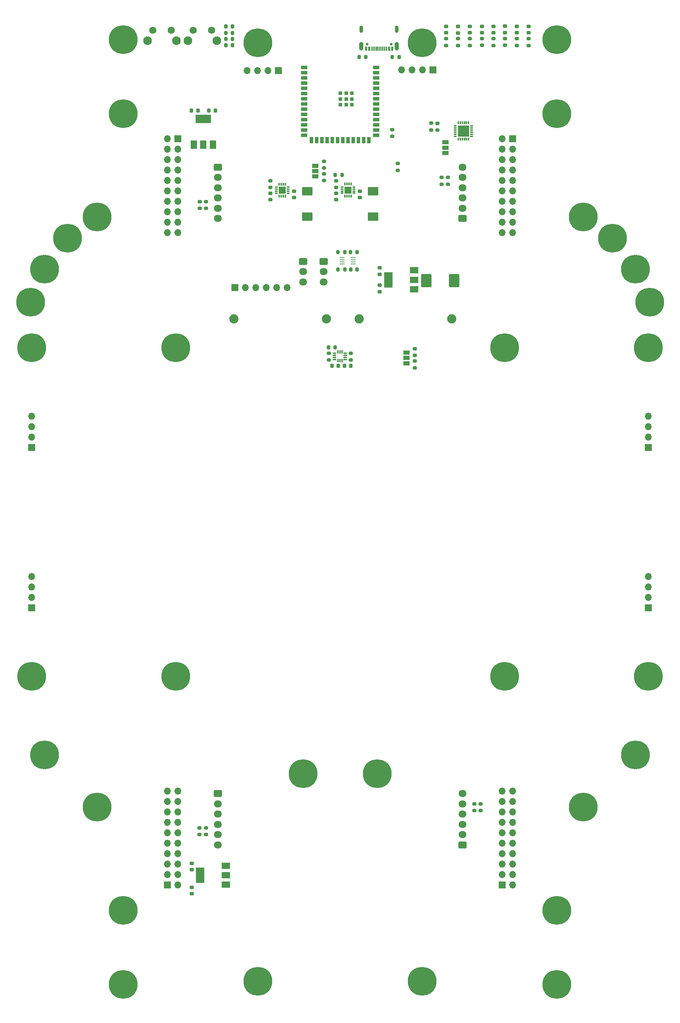
<source format=gbs>
%TF.GenerationSoftware,KiCad,Pcbnew,7.0.10*%
%TF.CreationDate,2024-05-27T11:18:24+02:00*%
%TF.ProjectId,Edurob,45647572-6f62-42e6-9b69-6361645f7063,rev?*%
%TF.SameCoordinates,Original*%
%TF.FileFunction,Soldermask,Bot*%
%TF.FilePolarity,Negative*%
%FSLAX46Y46*%
G04 Gerber Fmt 4.6, Leading zero omitted, Abs format (unit mm)*
G04 Created by KiCad (PCBNEW 7.0.10) date 2024-05-27 11:18:24*
%MOMM*%
%LPD*%
G01*
G04 APERTURE LIST*
G04 Aperture macros list*
%AMRoundRect*
0 Rectangle with rounded corners*
0 $1 Rounding radius*
0 $2 $3 $4 $5 $6 $7 $8 $9 X,Y pos of 4 corners*
0 Add a 4 corners polygon primitive as box body*
4,1,4,$2,$3,$4,$5,$6,$7,$8,$9,$2,$3,0*
0 Add four circle primitives for the rounded corners*
1,1,$1+$1,$2,$3*
1,1,$1+$1,$4,$5*
1,1,$1+$1,$6,$7*
1,1,$1+$1,$8,$9*
0 Add four rect primitives between the rounded corners*
20,1,$1+$1,$2,$3,$4,$5,0*
20,1,$1+$1,$4,$5,$6,$7,0*
20,1,$1+$1,$6,$7,$8,$9,0*
20,1,$1+$1,$8,$9,$2,$3,0*%
G04 Aperture macros list end*
%ADD10R,1.700000X1.700000*%
%ADD11O,1.700000X1.700000*%
%ADD12RoundRect,0.200000X0.200000X0.275000X-0.200000X0.275000X-0.200000X-0.275000X0.200000X-0.275000X0*%
%ADD13RoundRect,0.200000X-0.200000X-0.275000X0.200000X-0.275000X0.200000X0.275000X-0.200000X0.275000X0*%
%ADD14RoundRect,0.200000X0.275000X-0.200000X0.275000X0.200000X-0.275000X0.200000X-0.275000X-0.200000X0*%
%ADD15RoundRect,0.200000X-0.275000X0.200000X-0.275000X-0.200000X0.275000X-0.200000X0.275000X0.200000X0*%
%ADD16RoundRect,0.225000X-0.250000X0.225000X-0.250000X-0.225000X0.250000X-0.225000X0.250000X0.225000X0*%
%ADD17C,7.000000*%
%ADD18R,2.000000X1.500000*%
%ADD19R,2.000000X3.800000*%
%ADD20RoundRect,0.250000X-0.725000X0.600000X-0.725000X-0.600000X0.725000X-0.600000X0.725000X0.600000X0*%
%ADD21O,1.950000X1.700000*%
%ADD22RoundRect,0.218750X-0.256250X0.218750X-0.256250X-0.218750X0.256250X-0.218750X0.256250X0.218750X0*%
%ADD23RoundRect,0.225000X-0.225000X-0.250000X0.225000X-0.250000X0.225000X0.250000X-0.225000X0.250000X0*%
%ADD24R,1.500000X1.000000*%
%ADD25C,2.100000*%
%ADD26C,1.750000*%
%ADD27RoundRect,0.225000X0.250000X-0.225000X0.250000X0.225000X-0.250000X0.225000X-0.250000X-0.225000X0*%
%ADD28RoundRect,0.250000X-1.025000X0.787500X-1.025000X-0.787500X1.025000X-0.787500X1.025000X0.787500X0*%
%ADD29C,2.250000*%
%ADD30R,0.800000X0.300000*%
%ADD31R,0.300000X0.800000*%
%ADD32R,2.750000X2.750000*%
%ADD33R,1.500000X2.000000*%
%ADD34R,3.800000X2.000000*%
%ADD35R,1.500000X0.900000*%
%ADD36R,0.900000X1.500000*%
%ADD37R,0.900000X0.900000*%
%ADD38R,1.168400X0.254000*%
%ADD39C,0.650000*%
%ADD40R,0.600000X1.140000*%
%ADD41R,0.300000X1.140000*%
%ADD42O,1.050000X2.100000*%
%ADD43O,0.900000X1.800000*%
%ADD44RoundRect,0.250000X-1.000000X1.400000X-1.000000X-1.400000X1.000000X-1.400000X1.000000X1.400000X0*%
%ADD45RoundRect,0.250000X0.725000X-0.600000X0.725000X0.600000X-0.725000X0.600000X-0.725000X-0.600000X0*%
%ADD46RoundRect,0.225000X0.225000X0.250000X-0.225000X0.250000X-0.225000X-0.250000X0.225000X-0.250000X0*%
%ADD47R,0.928000X0.300000*%
%ADD48R,0.300000X0.924000*%
G04 APERTURE END LIST*
D10*
%TO.C,J6*%
X125000000Y-173300000D03*
D11*
X125000000Y-170760000D03*
X125000000Y-168220000D03*
X125000000Y-165680000D03*
%TD*%
D10*
%TO.C,J11*%
X125000000Y-134300000D03*
D11*
X125000000Y-131760000D03*
X125000000Y-129220000D03*
X125000000Y-126680000D03*
%TD*%
D10*
%TO.C,J16*%
X160540000Y-59140000D03*
D11*
X158000000Y-59140000D03*
X160540000Y-61680000D03*
X158000000Y-61680000D03*
X160540000Y-64220000D03*
X158000000Y-64220000D03*
X160540000Y-66760000D03*
X158000000Y-66760000D03*
X160540000Y-69300000D03*
X158000000Y-69300000D03*
X160540000Y-71840000D03*
X158000000Y-71840000D03*
X160540000Y-74380000D03*
X158000000Y-74380000D03*
X160540000Y-76920000D03*
X158000000Y-76920000D03*
X160540000Y-79460000D03*
X158000000Y-79460000D03*
X160540000Y-82000000D03*
X158000000Y-82000000D03*
%TD*%
D10*
%TO.C,J15*%
X242000000Y-59140000D03*
D11*
X239460000Y-59140000D03*
X242000000Y-61680000D03*
X239460000Y-61680000D03*
X242000000Y-64220000D03*
X239460000Y-64220000D03*
X242000000Y-66760000D03*
X239460000Y-66760000D03*
X242000000Y-69300000D03*
X239460000Y-69300000D03*
X242000000Y-71840000D03*
X239460000Y-71840000D03*
X242000000Y-74380000D03*
X239460000Y-74380000D03*
X242000000Y-76920000D03*
X239460000Y-76920000D03*
X242000000Y-79460000D03*
X239460000Y-79460000D03*
X242000000Y-82000000D03*
X239460000Y-82000000D03*
%TD*%
D10*
%TO.C,J17*%
X158000000Y-240860000D03*
D11*
X160540000Y-240860000D03*
X158000000Y-238320000D03*
X160540000Y-238320000D03*
X158000000Y-235780000D03*
X160540000Y-235780000D03*
X158000000Y-233240000D03*
X160540000Y-233240000D03*
X158000000Y-230700000D03*
X160540000Y-230700000D03*
X158000000Y-228160000D03*
X160540000Y-228160000D03*
X158000000Y-225620000D03*
X160540000Y-225620000D03*
X158000000Y-223080000D03*
X160540000Y-223080000D03*
X158000000Y-220540000D03*
X160540000Y-220540000D03*
X158000000Y-218000000D03*
X160540000Y-218000000D03*
%TD*%
D10*
%TO.C,J18*%
X239460000Y-240860000D03*
D11*
X242000000Y-240860000D03*
X239460000Y-238320000D03*
X242000000Y-238320000D03*
X239460000Y-235780000D03*
X242000000Y-235780000D03*
X239460000Y-233240000D03*
X242000000Y-233240000D03*
X239460000Y-230700000D03*
X242000000Y-230700000D03*
X239460000Y-228160000D03*
X242000000Y-228160000D03*
X239460000Y-225620000D03*
X242000000Y-225620000D03*
X239460000Y-223080000D03*
X242000000Y-223080000D03*
X239460000Y-220540000D03*
X242000000Y-220540000D03*
X239460000Y-218000000D03*
X242000000Y-218000000D03*
%TD*%
D12*
%TO.C,R3*%
X214350063Y-39222779D03*
X212700063Y-39222779D03*
%TD*%
D13*
%TO.C,R9*%
X199490920Y-86731788D03*
X201140920Y-86731788D03*
%TD*%
D14*
%TO.C,R33*%
X197258956Y-113006822D03*
X197258956Y-111356822D03*
%TD*%
D15*
%TO.C,R5*%
X218169170Y-113255395D03*
X218169170Y-114905395D03*
%TD*%
D12*
%TO.C,R1*%
X206249873Y-39222779D03*
X204599873Y-39222779D03*
%TD*%
D14*
%TO.C,R35*%
X223702687Y-57010286D03*
X223702687Y-55360286D03*
%TD*%
D16*
%TO.C,C15*%
X199030730Y-72429686D03*
X199030730Y-73979686D03*
%TD*%
D17*
%TO.C,H22*%
X147250000Y-247000000D03*
%TD*%
D18*
%TO.C,U3*%
X172250000Y-236150000D03*
X172250000Y-238450000D03*
D19*
X165950000Y-238450000D03*
D18*
X172250000Y-240750000D03*
%TD*%
D20*
%TO.C,J8*%
X170250000Y-66040000D03*
D21*
X170250000Y-68540000D03*
X170250000Y-71040000D03*
X170250000Y-73540000D03*
X170250000Y-76040000D03*
X170250000Y-78540000D03*
%TD*%
D17*
%TO.C,H10*%
X275297577Y-98919229D03*
%TD*%
D22*
%TO.C,D3*%
X245861312Y-31744343D03*
X245861312Y-33319343D03*
%TD*%
D23*
%TO.C,C8*%
X172236370Y-36381827D03*
X173786370Y-36381827D03*
%TD*%
D22*
%TO.C,D8*%
X231567356Y-31758954D03*
X231567356Y-33333954D03*
%TD*%
D24*
%TO.C,JP1*%
X216133269Y-113800000D03*
X216133269Y-112500000D03*
X216133269Y-111200000D03*
%TD*%
D25*
%TO.C,SW1*%
X170025000Y-35206240D03*
X163015000Y-35206240D03*
D26*
X168775000Y-32716240D03*
X164275000Y-32716240D03*
%TD*%
D27*
%TO.C,C7*%
X163893827Y-237111710D03*
X163893827Y-235561710D03*
%TD*%
D14*
%TO.C,R34*%
X222176728Y-57004367D03*
X222176728Y-55354367D03*
%TD*%
D17*
%TO.C,H21*%
X140869165Y-221858757D03*
%TD*%
D14*
%TO.C,R28*%
X237309020Y-36409220D03*
X237309020Y-34759220D03*
%TD*%
D17*
%TO.C,H40*%
X147250000Y-53000000D03*
%TD*%
D14*
%TO.C,R36*%
X214000000Y-66825000D03*
X214000000Y-65175000D03*
%TD*%
D28*
%TO.C,C17*%
X208000000Y-71887500D03*
X208000000Y-78112500D03*
%TD*%
D22*
%TO.C,D9*%
X228725212Y-31779823D03*
X228725212Y-33354823D03*
%TD*%
%TO.C,D7*%
X234490093Y-31746424D03*
X234490093Y-33321424D03*
%TD*%
D29*
%TO.C,F1*%
X204600000Y-103000000D03*
X227200000Y-103000000D03*
%TD*%
D17*
%TO.C,H38*%
X180000000Y-35750000D03*
%TD*%
%TO.C,H5*%
X252750000Y-35000000D03*
%TD*%
D14*
%TO.C,R20*%
X165802449Y-228581786D03*
X165802449Y-226931786D03*
%TD*%
D17*
%TO.C,H4*%
X252750000Y-53000000D03*
%TD*%
D15*
%TO.C,R23*%
X226236979Y-68551379D03*
X226236979Y-70201379D03*
%TD*%
D12*
%TO.C,R8*%
X204165972Y-86731788D03*
X202515972Y-86731788D03*
%TD*%
D20*
%TO.C,J10*%
X196000000Y-89000000D03*
D21*
X196000000Y-91500000D03*
X196000000Y-94000000D03*
%TD*%
D10*
%TO.C,J2*%
X274975000Y-173320000D03*
D11*
X274975000Y-170780000D03*
X274975000Y-168240000D03*
X274975000Y-165700000D03*
%TD*%
D23*
%TO.C,C10*%
X201048381Y-114442411D03*
X202598381Y-114442411D03*
%TD*%
D17*
%TO.C,H39*%
X147250000Y-35000000D03*
%TD*%
D10*
%TO.C,J3*%
X274975000Y-134320000D03*
D11*
X274975000Y-131780000D03*
X274975000Y-129240000D03*
X274975000Y-126700000D03*
%TD*%
D17*
%TO.C,H19*%
X160000000Y-110000000D03*
%TD*%
D30*
%TO.C,IC2*%
X203369384Y-70870959D03*
X203369384Y-71370959D03*
X203369384Y-71870959D03*
X203369384Y-72370959D03*
D31*
X202669384Y-73070959D03*
X202169384Y-73070959D03*
X201669384Y-73070959D03*
X201169384Y-73070959D03*
D30*
X200469384Y-72370959D03*
X200469384Y-71870959D03*
X200469384Y-71370959D03*
X200469384Y-70870959D03*
D31*
X201169384Y-70170959D03*
X201669384Y-70170959D03*
X202169384Y-70170959D03*
X202669384Y-70170959D03*
D10*
X201919384Y-71620959D03*
%TD*%
D23*
%TO.C,C5*%
X168090979Y-52252046D03*
X169640979Y-52252046D03*
%TD*%
D14*
%TO.C,R26*%
X245861312Y-36394343D03*
X245861312Y-34744343D03*
%TD*%
D16*
%TO.C,C6*%
X163893827Y-241425000D03*
X163893827Y-242975000D03*
%TD*%
D14*
%TO.C,R31*%
X231564654Y-36394343D03*
X231564654Y-34744343D03*
%TD*%
D18*
%TO.C,U1*%
X218031651Y-91158047D03*
X218031651Y-93458047D03*
D19*
X211731651Y-93458047D03*
D18*
X218031651Y-95758047D03*
%TD*%
D14*
%TO.C,R13*%
X183021877Y-70999704D03*
X183021877Y-69349704D03*
%TD*%
D20*
%TO.C,J12*%
X170250000Y-218576349D03*
D21*
X170250000Y-221076349D03*
X170250000Y-223576349D03*
X170250000Y-226076349D03*
X170250000Y-228576349D03*
X170250000Y-231076349D03*
%TD*%
D31*
%TO.C,IC3*%
X228750000Y-55250000D03*
X229250000Y-55250000D03*
X229750000Y-55250000D03*
X230250000Y-55250000D03*
X230750000Y-55250000D03*
X231250000Y-55250000D03*
D30*
X232000000Y-56000000D03*
X232000000Y-56500000D03*
X232000000Y-57000000D03*
X232000000Y-57500000D03*
X232000000Y-58000000D03*
X232000000Y-58500000D03*
D31*
X231250000Y-59250000D03*
X230750000Y-59250000D03*
X230250000Y-59250000D03*
X229750000Y-59250000D03*
X229250000Y-59250000D03*
X228750000Y-59250000D03*
D30*
X228000000Y-58500000D03*
X228000000Y-58000000D03*
X228000000Y-57500000D03*
X228000000Y-57000000D03*
X228000000Y-56500000D03*
X228000000Y-56000000D03*
D32*
X230000000Y-57250000D03*
%TD*%
D13*
%TO.C,R10*%
X197173321Y-109918203D03*
X198823321Y-109918203D03*
%TD*%
D17*
%TO.C,H15*%
X275000000Y-190000000D03*
%TD*%
D16*
%TO.C,C16*%
X204809382Y-71867113D03*
X204809382Y-73417113D03*
%TD*%
D14*
%TO.C,R37*%
X212650533Y-58562271D03*
X212650533Y-56912271D03*
%TD*%
%TO.C,R18*%
X167344579Y-228581786D03*
X167344579Y-226931786D03*
%TD*%
D33*
%TO.C,U2*%
X169045400Y-60596469D03*
X166745400Y-60596469D03*
D34*
X166745400Y-54296469D03*
D33*
X164445400Y-60596469D03*
%TD*%
D17*
%TO.C,H24*%
X180000000Y-264250000D03*
%TD*%
%TO.C,H3*%
X259130835Y-78141243D03*
%TD*%
D30*
%TO.C,IC1*%
X187369796Y-70877174D03*
X187369796Y-71377174D03*
X187369796Y-71877174D03*
X187369796Y-72377174D03*
D31*
X186669796Y-73077174D03*
X186169796Y-73077174D03*
X185669796Y-73077174D03*
X185169796Y-73077174D03*
D30*
X184469796Y-72377174D03*
X184469796Y-71877174D03*
X184469796Y-71377174D03*
X184469796Y-70877174D03*
D31*
X185169796Y-70177174D03*
X185669796Y-70177174D03*
X186169796Y-70177174D03*
X186669796Y-70177174D03*
D10*
X185919796Y-71627174D03*
%TD*%
D15*
%TO.C,R6*%
X218170365Y-110234773D03*
X218170365Y-111884773D03*
%TD*%
D17*
%TO.C,H18*%
X209000000Y-213750000D03*
%TD*%
%TO.C,H34*%
X124702423Y-98919229D03*
%TD*%
D14*
%TO.C,R19*%
X199027356Y-71008986D03*
X199027356Y-69358986D03*
%TD*%
%TO.C,R16*%
X167353628Y-76059801D03*
X167353628Y-74409801D03*
%TD*%
D13*
%TO.C,R7*%
X199493951Y-90928833D03*
X201143951Y-90928833D03*
%TD*%
D35*
%TO.C,U4*%
X208750000Y-41740000D03*
X208750000Y-43010000D03*
X208750000Y-44280000D03*
X208750000Y-45550000D03*
X208750000Y-46820000D03*
X208750000Y-48090000D03*
X208750000Y-49360000D03*
X208750000Y-50630000D03*
X208750000Y-51900000D03*
X208750000Y-53170000D03*
X208750000Y-54440000D03*
X208750000Y-55710000D03*
X208750000Y-56980000D03*
X208750000Y-58250000D03*
D36*
X206985000Y-59500000D03*
X205715000Y-59500000D03*
X204445000Y-59500000D03*
X203175000Y-59500000D03*
X201905000Y-59500000D03*
X200635000Y-59500000D03*
X199365000Y-59500000D03*
X198095000Y-59500000D03*
X196825000Y-59500000D03*
X195555000Y-59500000D03*
X194285000Y-59500000D03*
X193015000Y-59500000D03*
D35*
X191250000Y-58250000D03*
X191250000Y-56980000D03*
X191250000Y-55710000D03*
X191250000Y-54440000D03*
X191250000Y-53170000D03*
X191250000Y-51900000D03*
X191250000Y-50630000D03*
X191250000Y-49360000D03*
X191250000Y-48090000D03*
X191250000Y-46820000D03*
X191250000Y-45550000D03*
X191250000Y-44280000D03*
X191250000Y-43010000D03*
X191250000Y-41740000D03*
D37*
X202900000Y-50860000D03*
X202900000Y-49460000D03*
X202900000Y-48060000D03*
X201500000Y-50860000D03*
X201500000Y-49460000D03*
X201500000Y-48060000D03*
X200100000Y-50860000D03*
X200100000Y-49460000D03*
X200100000Y-48060000D03*
%TD*%
D15*
%TO.C,R24*%
X224723493Y-68553107D03*
X224723493Y-70203107D03*
%TD*%
D22*
%TO.C,D6*%
X240149535Y-31725444D03*
X240149535Y-33300444D03*
%TD*%
D17*
%TO.C,H33*%
X128141243Y-90869165D03*
%TD*%
%TO.C,H20*%
X160000000Y-190000000D03*
%TD*%
%TO.C,H30*%
X128141243Y-209130835D03*
%TD*%
%TO.C,H8*%
X252750000Y-247000000D03*
%TD*%
D22*
%TO.C,D5*%
X237312045Y-31762294D03*
X237312045Y-33337294D03*
%TD*%
D24*
%TO.C,JP3*%
X225618973Y-62600000D03*
X225618973Y-61300000D03*
X225618973Y-60000000D03*
%TD*%
%TO.C,JP2*%
X194000000Y-65700000D03*
X194000000Y-67000000D03*
X194000000Y-68300000D03*
%TD*%
D15*
%TO.C,R14*%
X196048377Y-64618029D03*
X196048377Y-66268029D03*
%TD*%
D17*
%TO.C,H32*%
X133702423Y-83330771D03*
%TD*%
D28*
%TO.C,C12*%
X192000000Y-71887500D03*
X192000000Y-78112500D03*
%TD*%
D17*
%TO.C,H16*%
X220000000Y-264250000D03*
%TD*%
D38*
%TO.C,U5*%
X200469336Y-89581838D03*
X200469336Y-89081837D03*
X200469336Y-88581837D03*
X200469336Y-88081836D03*
X203212536Y-88081836D03*
X203212536Y-88581837D03*
X203212536Y-89081837D03*
X203212536Y-89581838D03*
%TD*%
D12*
%TO.C,R2*%
X173833760Y-33343693D03*
X172183760Y-33343693D03*
%TD*%
D10*
%TO.C,J5*%
X185000000Y-42500000D03*
D11*
X182460000Y-42500000D03*
X179920000Y-42500000D03*
X177380000Y-42500000D03*
%TD*%
D15*
%TO.C,R15*%
X196048377Y-67660168D03*
X196048377Y-69310168D03*
%TD*%
D17*
%TO.C,H9*%
X252750000Y-265000000D03*
%TD*%
D14*
%TO.C,R32*%
X228722625Y-36415211D03*
X228722625Y-34765211D03*
%TD*%
D39*
%TO.C,J4*%
X206607987Y-36094388D03*
X212387987Y-36094388D03*
D40*
X206297987Y-37164388D03*
X207097987Y-37164388D03*
D41*
X208247987Y-37164388D03*
X209247987Y-37164388D03*
X209747987Y-37164388D03*
X210747987Y-37164388D03*
D40*
X212697987Y-37164388D03*
X211897987Y-37164388D03*
D41*
X211247987Y-37164388D03*
X210247987Y-37164388D03*
X208747987Y-37164388D03*
X207747987Y-37164388D03*
D42*
X205177987Y-36594388D03*
X213817987Y-36594388D03*
D43*
X205177987Y-32414388D03*
X213817987Y-32414388D03*
%TD*%
D25*
%TO.C,SW2*%
X160150000Y-35206240D03*
X153140000Y-35206240D03*
D26*
X158900000Y-32716240D03*
X154400000Y-32716240D03*
%TD*%
D27*
%TO.C,C3*%
X209661795Y-96349017D03*
X209661795Y-94799017D03*
%TD*%
D14*
%TO.C,R30*%
X234487977Y-36384437D03*
X234487977Y-34734437D03*
%TD*%
%TO.C,R17*%
X165830065Y-76063454D03*
X165830065Y-74413454D03*
%TD*%
D17*
%TO.C,H7*%
X259130835Y-221858757D03*
%TD*%
D23*
%TO.C,C1*%
X163845707Y-52248873D03*
X165395707Y-52248873D03*
%TD*%
D17*
%TO.C,H36*%
X220000000Y-35750000D03*
%TD*%
%TO.C,H2*%
X266297577Y-83330771D03*
%TD*%
D16*
%TO.C,C13*%
X188813959Y-71886235D03*
X188813959Y-73436235D03*
%TD*%
D44*
%TO.C,D1*%
X220962555Y-93703507D03*
X227762555Y-93703507D03*
%TD*%
D17*
%TO.C,H11*%
X240000000Y-110000000D03*
%TD*%
D45*
%TO.C,J14*%
X229750000Y-78540000D03*
D21*
X229750000Y-76040000D03*
X229750000Y-73540000D03*
X229750000Y-71040000D03*
X229750000Y-68540000D03*
X229750000Y-66040000D03*
%TD*%
D22*
%TO.C,D4*%
X243009906Y-31752465D03*
X243009906Y-33327465D03*
%TD*%
D27*
%TO.C,C4*%
X209661795Y-92112920D03*
X209661795Y-90562920D03*
%TD*%
D23*
%TO.C,C11*%
X198030222Y-114442457D03*
X199580222Y-114442457D03*
%TD*%
D17*
%TO.C,H6*%
X271858757Y-209130835D03*
%TD*%
%TO.C,H17*%
X191000000Y-213750000D03*
%TD*%
D29*
%TO.C,F2*%
X196720000Y-103000000D03*
X174120000Y-103000000D03*
%TD*%
D10*
%TO.C,J7*%
X174371219Y-95365539D03*
D11*
X176911219Y-95365539D03*
X179451219Y-95365539D03*
X181991219Y-95365539D03*
X184531219Y-95365539D03*
X187071219Y-95365539D03*
%TD*%
D17*
%TO.C,H35*%
X125000000Y-110000000D03*
%TD*%
D14*
%TO.C,R25*%
X225801875Y-36409466D03*
X225801875Y-34759466D03*
%TD*%
D17*
%TO.C,H29*%
X125000000Y-190000000D03*
%TD*%
D12*
%TO.C,R4*%
X173836511Y-34863447D03*
X172186511Y-34863447D03*
%TD*%
D10*
%TO.C,J1*%
X222620000Y-42380000D03*
D11*
X220080000Y-42380000D03*
X217540000Y-42380000D03*
X215000000Y-42380000D03*
%TD*%
D22*
%TO.C,D2*%
X225801876Y-31765616D03*
X225801876Y-33340616D03*
%TD*%
D45*
%TO.C,J13*%
X229750000Y-231076349D03*
D21*
X229750000Y-228576349D03*
X229750000Y-226076349D03*
X229750000Y-223576349D03*
X229750000Y-221076349D03*
X229750000Y-218576349D03*
%TD*%
D17*
%TO.C,H41*%
X275000000Y-110000000D03*
%TD*%
D46*
%TO.C,C9*%
X204118226Y-90928833D03*
X202568226Y-90928833D03*
%TD*%
D16*
%TO.C,C14*%
X183024408Y-72422092D03*
X183024408Y-73972092D03*
%TD*%
D17*
%TO.C,H12*%
X240000000Y-190000000D03*
%TD*%
D14*
%TO.C,R27*%
X243009906Y-36404777D03*
X243009906Y-34754777D03*
%TD*%
%TO.C,R11*%
X202580176Y-113007584D03*
X202580176Y-111357584D03*
%TD*%
D20*
%TO.C,J9*%
X191000000Y-89000000D03*
D21*
X191000000Y-91500000D03*
X191000000Y-94000000D03*
%TD*%
D17*
%TO.C,H23*%
X147250000Y-265000000D03*
%TD*%
%TO.C,H1*%
X271858757Y-90869165D03*
%TD*%
D15*
%TO.C,R22*%
X234165001Y-221081922D03*
X234165001Y-222731922D03*
%TD*%
D17*
%TO.C,H31*%
X140869165Y-78141243D03*
%TD*%
D15*
%TO.C,R21*%
X232642554Y-221080112D03*
X232642554Y-222730112D03*
%TD*%
D23*
%TO.C,C2*%
X172229742Y-31818392D03*
X173779742Y-31818392D03*
%TD*%
D12*
%TO.C,R12*%
X200463873Y-67914918D03*
X198813873Y-67914918D03*
%TD*%
D47*
%TO.C,AC1*%
X201275980Y-111350000D03*
X201275980Y-111850000D03*
X201275980Y-112350000D03*
X201275980Y-112850000D03*
D48*
X200461980Y-113162000D03*
X199961980Y-113162000D03*
X199461980Y-113162000D03*
D47*
X198647980Y-112850000D03*
X198647980Y-112350000D03*
X198647980Y-111850000D03*
X198647980Y-111350000D03*
D48*
X199461980Y-111038000D03*
X199961980Y-111038000D03*
X200461980Y-111038000D03*
%TD*%
D14*
%TO.C,R29*%
X240148593Y-36369577D03*
X240148593Y-34719577D03*
%TD*%
M02*

</source>
